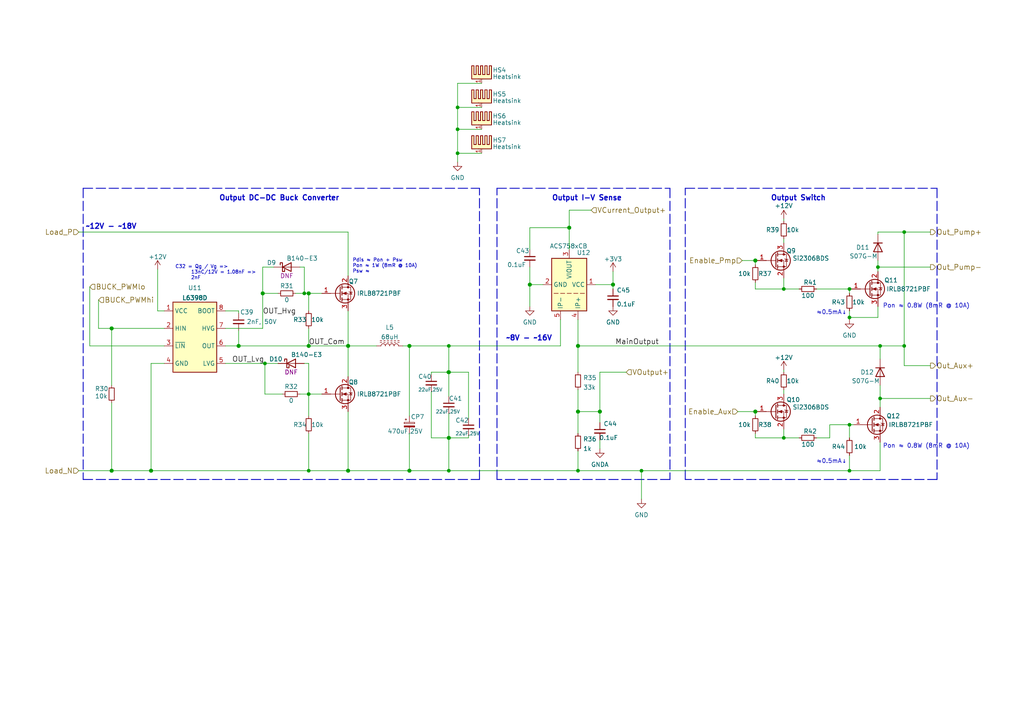
<source format=kicad_sch>
(kicad_sch (version 20211123) (generator eeschema)
  (paper "A4")
  (title_block (title "SolarPump v3") (date "2022-05-18") (rev "1.1") (company "IvimeyCom"))
  (lib_symbols
    (symbol "Device:C_Polarized_Small" (pin_numbers hide) (pin_names (offset 0.254) hide)
      (property "Reference" "C" (at 0.254 1.778 0))
      (property "Value" "C_Polarized_Small" (at 0.254 -2.032 0))
      (symbol "C_Polarized_Small_0_1"
        (rectangle (start -1.524 -0.3048) (end 1.524 -0.6858) (fill (type outline)))
        (rectangle (start -1.524 0.6858) (end 1.524 0.3048))
        (polyline (pts (xy -1.27 1.524) (xy -0.762 1.524)))
        (polyline (pts (xy -1.016 1.27) (xy -1.016 1.778)))
      )
      (symbol "C_Polarized_Small_1_1"
        (pin passive line (at 0 2.54 270) (length 1.8542) (name "~") (number "1"))
        (pin passive line (at 0 -2.54 90) (length 1.8542) (name "~") (number "2"))
      )
    )
    (symbol "Device:C_Small" (pin_numbers hide) (pin_names (offset 0.254) hide)
      (property "Reference" "C" (at 0.254 1.778 0))
      (property "Value" "C_Small" (at 0.254 -2.032 0))
      (symbol "C_Small_0_1"
        (polyline (pts (xy -1.524 -0.508) (xy 1.524 -0.508)) (stroke (width 0.3302)))
        (polyline (pts (xy -1.524 0.508) (xy 1.524 0.508)) (stroke (width 0.3048)))
      )
      (symbol "C_Small_1_1"
        (pin passive line (at 0 2.54 270) (length 2.032) (name "~") (number "1"))
        (pin passive line (at 0 -2.54 90) (length 2.032) (name "~") (number "2"))
      )
    )
    (symbol "Device:D_Schottky" (pin_numbers hide) (pin_names (offset 1.016) hide)
      (property "Reference" "D" (at 0 2.54 0))
      (property "Value" "D_Schottky" (at 0 -2.54 0))
      (symbol "D_Schottky_0_1"
        (polyline (pts (xy 1.27 0) (xy -1.27 0)))
        (polyline (pts (xy 1.27 1.27) (xy 1.27 -1.27) (xy -1.27 0) (xy 1.27 1.27)) (stroke (width 0.254)))
        (polyline (pts (xy -1.905 0.635) (xy -1.905 1.27) (xy -1.27 1.27) (xy -1.27 -1.27) (xy -0.635 -1.27) (xy -0.635 -0.635)) (stroke (width 0.254)))
      )
      (symbol "D_Schottky_1_1"
        (pin passive line (at -3.81 0 0) (length 2.54) (name "K") (number "1"))
        (pin passive line (at 3.81 0 180) (length 2.54) (name "A") (number "2"))
      )
    )
    (symbol "Device:L_Ferrite" (pin_numbers hide) (pin_names (offset 1.016) hide)
      (property "Reference" "L" (at -1.27 0 90))
      (property "Value" "L_Ferrite" (at 2.794 0 90))
      (symbol "L_Ferrite_0_1"
        (arc (start 0 -2.54) (mid 0.635 -1.905) (end 0 -1.27))
        (arc (start 0 -1.27) (mid 0.635 -0.635) (end 0 0))
        (polyline (pts (xy 1.016 -2.794) (xy 1.016 -2.286)))
        (polyline (pts (xy 1.016 -1.778) (xy 1.016 -1.27)))
        (polyline (pts (xy 1.016 -0.762) (xy 1.016 -0.254)))
        (polyline (pts (xy 1.016 0.254) (xy 1.016 0.762)))
        (polyline (pts (xy 1.016 1.27) (xy 1.016 1.778)))
        (polyline (pts (xy 1.016 2.286) (xy 1.016 2.794)))
        (polyline (pts (xy 1.524 -2.286) (xy 1.524 -2.794)))
        (polyline (pts (xy 1.524 -1.27) (xy 1.524 -1.778)))
        (polyline (pts (xy 1.524 -0.254) (xy 1.524 -0.762)))
        (polyline (pts (xy 1.524 0.762) (xy 1.524 0.254)))
        (polyline (pts (xy 1.524 1.778) (xy 1.524 1.27)))
        (polyline (pts (xy 1.524 2.794) (xy 1.524 2.286)))
        (arc (start 0 0) (mid 0.635 0.635) (end 0 1.27))
        (arc (start 0 1.27) (mid 0.635 1.905) (end 0 2.54))
      )
      (symbol "L_Ferrite_1_1"
        (pin passive line (at 0 3.81 270) (length 1.27) (name "1") (number "1"))
        (pin passive line (at 0 -3.81 90) (length 1.27) (name "2") (number "2"))
      )
    )
    (symbol "Device:R_Small" (pin_numbers hide) (pin_names (offset 0.254) hide)
      (property "Reference" "R" (at 0.762 0.508 0))
      (property "Value" "R_Small" (at 0.762 -1.016 0))
      (symbol "R_Small_0_1"
        (rectangle (start -0.762 1.778) (end 0.762 -1.778) (stroke (width 0.2032)))
      )
      (symbol "R_Small_1_1"
        (pin passive line (at 0 2.54 270) (length 0.762) (name "~") (number "1"))
        (pin passive line (at 0 -2.54 90) (length 0.762) (name "~") (number "2"))
      )
    )
    (symbol "Diode:1N4007" (pin_numbers hide) (pin_names (offset 1.016) hide)
      (property "Reference" "D" (at 0 2.54 0))
      (property "Value" "1N4007" (at 0 -2.54 0))
      (symbol "1N4007_0_1"
        (polyline (pts (xy -1.27 1.27) (xy -1.27 -1.27)) (stroke (width 0.254)))
        (polyline (pts (xy 1.27 0) (xy -1.27 0)))
        (polyline (pts (xy 1.27 1.27) (xy 1.27 -1.27) (xy -1.27 0) (xy 1.27 1.27)) (stroke (width 0.254)))
      )
      (symbol "1N4007_1_1"
        (pin passive line (at -3.81 0 0) (length 2.54) (name "K") (number "1"))
        (pin passive line (at 3.81 0 180) (length 2.54) (name "A") (number "2"))
      )
    )
    (symbol "Mechanical:Heatsink_Pad" (pin_names (offset 0))
      (property "Reference" "HS" (at 0 5.715 0))
      (property "Value" "Heatsink_Pad" (at 0 3.81 0))
      (symbol "Heatsink_Pad_0_1"
        (polyline (pts (xy -0.3302 0) (xy -0.9652 0) (xy -0.9652 2.54) (xy -1.6002 2.54) (xy -1.6002 0) (xy -2.2352 0) (xy -2.2352 2.54) (xy -2.8702 2.54) (xy -2.8702 -1.27) (xy -0.9652 -1.27)) (stroke (width 0.254)) (fill (type background)))
        (polyline (pts (xy -0.3302 0) (xy -0.3302 2.54) (xy 0.3048 2.54) (xy 0.3048 0) (xy 0.9398 0) (xy 0.9398 2.54) (xy 1.5748 2.54) (xy 1.5748 0) (xy 2.2098 0) (xy 2.2098 2.54) (xy 2.8448 2.54) (xy 2.8448 -1.27) (xy -0.9652 -1.27)) (stroke (width 0.254)) (fill (type background)))
      )
      (symbol "Heatsink_Pad_1_1"
        (pin passive line (at 0 -2.54 90) (length 1.27) (name "~") (number "1"))
      )
    )
    (symbol "Sensor_Current:ACS758xCB-050B-PFF"
      (property "Reference" "U" (at -7.62 6.35 0))
      (property "Value" "ACS758xCB-050B-PFF" (at 2.54 6.35 0))
      (symbol "ACS758xCB-050B-PFF_0_1"
        (rectangle (start -7.62 5.08) (end 7.62 -5.08) (stroke (width 0.254)) (fill (type background)))
        (polyline (pts (xy -2.54 -3.175) (xy -2.54 -4.445)))
        (polyline (pts (xy -2.54 -1.27) (xy -2.54 -2.54)))
        (polyline (pts (xy -2.54 0.635) (xy -2.54 -0.635)))
        (polyline (pts (xy -2.54 1.27) (xy -2.54 2.54)))
        (polyline (pts (xy -2.54 3.175) (xy -2.54 4.445)))
      )
      (symbol "ACS758xCB-050B-PFF_1_1"
        (pin power_in line (at 0 7.62 270) (length 2.54) (name "VCC") (number "1"))
        (pin power_in line (at 0 -7.62 90) (length 2.54) (name "GND") (number "2"))
        (pin output line (at 10.16 0 180) (length 2.54) (name "VIOUT") (number "3"))
        (pin passive line (at -10.16 2.54 0) (length 2.54) (name "IP+") (number "4"))
        (pin passive line (at -10.16 -2.54 0) (length 2.54) (name "IP-") (number "5"))
      )
    )
    (symbol "Transistor_FET:IRLB8721PBF" (pin_names hide)
      (property "Reference" "Q" (at 6.35 1.905 0))
      (property "Value" "IRLB8721PBF" (at 6.35 0 0))
      (symbol "IRLB8721PBF_0_1"
        (polyline (pts (xy 0.254 0) (xy -2.54 0)))
        (polyline (pts (xy 0.254 1.905) (xy 0.254 -1.905)) (stroke (width 0.254)))
        (polyline (pts (xy 0.762 -1.27) (xy 0.762 -2.286)) (stroke (width 0.254)))
        (polyline (pts (xy 0.762 0.508) (xy 0.762 -0.508)) (stroke (width 0.254)))
        (polyline (pts (xy 0.762 2.286) (xy 0.762 1.27)) (stroke (width 0.254)))
        (polyline (pts (xy 2.54 2.54) (xy 2.54 1.778)))
        (polyline (pts (xy 2.54 -2.54) (xy 2.54 0) (xy 0.762 0)))
        (polyline (pts (xy 0.762 -1.778) (xy 3.302 -1.778) (xy 3.302 1.778) (xy 0.762 1.778)))
        (polyline (pts (xy 1.016 0) (xy 2.032 0.381) (xy 2.032 -0.381) (xy 1.016 0)) (fill (type outline)))
        (polyline (pts (xy 2.794 0.508) (xy 2.921 0.381) (xy 3.683 0.381) (xy 3.81 0.254)))
        (polyline (pts (xy 3.302 0.381) (xy 2.921 -0.254) (xy 3.683 -0.254) (xy 3.302 0.381)))
        (circle (center 1.651 0) (radius 2.794) (stroke (width 0.254)))
        (circle (center 2.54 -1.778) (radius 0.254) (fill (type outline)))
        (circle (center 2.54 1.778) (radius 0.254) (fill (type outline)))
      )
      (symbol "IRLB8721PBF_1_1"
        (pin input line (at -5.08 0 0) (length 2.54) (name "G") (number "1"))
        (pin passive line (at 2.54 5.08 270) (length 2.54) (name "D") (number "2"))
        (pin passive line (at 2.54 -5.08 90) (length 2.54) (name "S") (number "3"))
      )
    )
    (symbol "power:+12V" (power) (pin_names (offset 0))
      (property "Value" "+12V" (at 0 3.556 0))
      (symbol "+12V_0_1"
        (polyline (pts (xy -0.762 1.27) (xy 0 2.54)))
        (polyline (pts (xy 0 0) (xy 0 2.54)))
        (polyline (pts (xy 0 2.54) (xy 0.762 1.27)))
      )
      (symbol "+12V_1_1"
        (pin power_in line (at 0 0 90) (length 0) hide (name "+12V") (number "1"))
      )
    )
    (symbol "power:+3V3" (power) (pin_names (offset 0))
      (property "Value" "+3V3" (at 0 3.556 0))
      (symbol "+3V3_0_1"
        (polyline (pts (xy -0.762 1.27) (xy 0 2.54)))
        (polyline (pts (xy 0 0) (xy 0 2.54)))
        (polyline (pts (xy 0 2.54) (xy 0.762 1.27)))
      )
      (symbol "+3V3_1_1"
        (pin power_in line (at 0 0 90) (length 0) hide (name "+3V3") (number "1"))
      )
    )
    (symbol "power:GND" (power) (pin_names (offset 0))
      (property "Value" "GND" (at 0 -3.81 0))
      (symbol "GND_0_1"
        (polyline (pts (xy 0 0) (xy 0 -1.27) (xy 1.27 -1.27) (xy 0 -2.54) (xy -1.27 -1.27) (xy 0 -1.27)))
      )
      (symbol "GND_1_1"
        (pin power_in line (at 0 0 270) (length 0) hide (name "GND") (number "1"))
      )
    )
    (symbol "power:GNDA" (power) (pin_names (offset 0))
      (property "Value" "GNDA" (at 0 -3.81 0))
      (symbol "GNDA_0_1"
        (polyline (pts (xy 0 0) (xy 0 -1.27) (xy 1.27 -1.27) (xy 0 -2.54) (xy -1.27 -1.27) (xy 0 -1.27)))
      )
      (symbol "GNDA_1_1"
        (pin power_in line (at 0 0 270) (length 0) hide (name "GNDA") (number "1"))
      )
    )
    (symbol "solarpump:L6398D"
      (property "Reference" "U" (at 3.81 11.43 0))
      (property "Value" "L6398D" (at -2.54 11.43 0))
      (symbol "L6398D_0_1"
        (rectangle (start -6.35 10.16) (end 6.35 -10.16) (stroke (width 0.254)) (fill (type background)))
      )
      (symbol "L6398D_1_1"
        (pin power_in line (at -8.89 7.62 0) (length 2.54) (name "VCC") (number "1"))
        (pin input line (at -8.89 2.54 0) (length 2.54) (name "HIN") (number "2"))
        (pin input line (at -8.89 -2.54 0) (length 2.54) (name "~{LIN}") (number "3"))
        (pin power_in line (at -8.89 -7.62 0) (length 2.54) (name "GND") (number "4"))
        (pin output line (at 8.89 -7.62 180) (length 2.54) (name "LVG") (number "5"))
        (pin passive line (at 8.89 -2.54 180) (length 2.54) (name "OUT") (number "6"))
        (pin output line (at 8.89 2.54 180) (length 2.54) (name "HVG") (number "7"))
        (pin passive line (at 8.89 7.62 180) (length 2.54) (name "BOOT") (number "8"))
      )
    )
    (symbol "solarpump:Si2306BDS" (pin_names hide)
      (property "Reference" "Q" (at 5.08 1.905 0))
      (property "Value" "Si2306BDS" (at 5.08 0 0))
      (symbol "Si2306BDS_0_1"
        (polyline (pts (xy 0.254 0) (xy -2.54 0)))
        (polyline (pts (xy 0.254 1.905) (xy 0.254 -1.905)) (stroke (width 0.254)))
        (polyline (pts (xy 0.762 -1.27) (xy 0.762 -2.286)) (stroke (width 0.254)))
        (polyline (pts (xy 0.762 0.508) (xy 0.762 -0.508)) (stroke (width 0.254)))
        (polyline (pts (xy 0.762 2.286) (xy 0.762 1.27)) (stroke (width 0.254)))
        (polyline (pts (xy 2.54 2.54) (xy 2.54 1.778)))
        (polyline (pts (xy 2.54 -2.54) (xy 2.54 0) (xy 0.762 0)))
        (polyline (pts (xy 0.762 -1.778) (xy 3.302 -1.778) (xy 3.302 1.778) (xy 0.762 1.778)))
        (polyline (pts (xy 1.016 0) (xy 2.032 0.381) (xy 2.032 -0.381) (xy 1.016 0)) (fill (type outline)))
        (polyline (pts (xy 2.794 0.508) (xy 2.921 0.381) (xy 3.683 0.381) (xy 3.81 0.254)))
        (polyline (pts (xy 3.302 0.381) (xy 2.921 -0.254) (xy 3.683 -0.254) (xy 3.302 0.381)))
        (circle (center 1.651 0) (radius 2.794) (stroke (width 0.254)))
        (circle (center 2.54 -1.778) (radius 0.254) (fill (type outline)))
        (circle (center 2.54 1.778) (radius 0.254) (fill (type outline)))
      )
      (symbol "Si2306BDS_1_1"
        (pin input line (at -5.08 0 0) (length 2.54) (name "G") (number "1"))
        (pin passive line (at 2.54 -5.08 90) (length 2.54) (name "S") (number "2"))
        (pin passive line (at 2.54 5.08 270) (length 2.54) (name "D") (number "3"))
      )
    )
  )
  (junction (at 262.255 67.31))
  (junction (at 246.38 83.82))
  (junction (at 69.215 100.33) (diameter 1.016))
  (junction (at 167.64 100.33) (diameter 1.016))
  (junction (at 227.33 127))
  (junction (at 186.055 136.525))
  (junction (at 130.175 127) (diameter 1.016))
  (junction (at 153.67 82.55) (diameter 1.016))
  (junction (at 246.38 136.525))
  (junction (at 165.1 66.04) (diameter 1.016))
  (junction (at 227.33 83.82))
  (junction (at 130.175 107.95) (diameter 1.016))
  (junction (at 262.255 100.33))
  (junction (at 76.835 105.41))
  (junction (at 177.8 82.55) (diameter 1.016))
  (junction (at 255.27 100.33))
  (junction (at 246.38 123.19))
  (junction (at 89.535 85.09) (diameter 1.016))
  (junction (at 100.965 136.525) (diameter 1.016))
  (junction (at 254.635 77.47))
  (junction (at 118.745 136.525) (diameter 1.016))
  (junction (at 246.38 92.075))
  (junction (at 130.175 136.525))
  (junction (at 118.745 100.33) (diameter 1.016))
  (junction (at 89.535 100.33) (diameter 1.016))
  (junction (at 132.715 31.1534))
  (junction (at 167.64 136.525))
  (junction (at 219.075 119.38) (diameter 1.016))
  (junction (at 100.965 100.33) (diameter 1.016))
  (junction (at 32.385 95.25) (diameter 1.016))
  (junction (at 89.535 114.3))
  (junction (at 132.715 44.45))
  (junction (at 255.27 115.57))
  (junction (at 173.99 119.38) (diameter 1.016))
  (junction (at 43.815 136.525) (diameter 1.016))
  (junction (at 32.385 136.525) (diameter 1.016))
  (junction (at 219.075 75.565) (diameter 1.016))
  (junction (at 88.265 85.09))
  (junction (at 167.64 119.38) (diameter 1.016))
  (junction (at 76.2 85.09) (diameter 1.016))
  (junction (at 132.715 37.5034))
  (junction (at 130.048 107.95))
  (junction (at 130.175 100.33))
  (junction (at 89.535 136.525))
  (wire (pts (xy 227.33 113.03) (xy 227.33 114.3)))
  (wire (pts (xy 219.075 119.38) (xy 219.71 119.38)))
  (wire (pts (xy 227.33 107.315) (xy 227.33 107.95)))
  (wire (pts (xy 32.385 116.84) (xy 32.385 136.525)))
  (wire (pts (xy 255.27 111.76) (xy 255.27 115.57)))
  (wire (pts (xy 246.38 132.08) (xy 246.38 136.525)))
  (wire (pts (xy 132.715 44.45) (xy 132.715 37.5034)))
  (wire (pts (xy 69.215 100.33) (xy 89.535 100.33)))
  (wire (pts (xy 246.38 90.17) (xy 246.38 92.075)))
  (wire (pts (xy 100.965 100.33) (xy 109.22 100.33)))
  (wire (pts (xy 76.2 85.09) (xy 76.2 95.25)))
  (wire (pts (xy 32.385 136.525) (xy 43.815 136.525)))
  (wire (pts (xy 89.535 105.41) (xy 88.265 105.41)))
  (wire (pts (xy 76.2 77.47) (xy 76.2 85.09)))
  (wire (pts (xy 88.265 77.47) (xy 86.995 77.47)))
  (polyline (pts (xy 144.145 54.61) (xy 194.31 54.61)) (stroke (width 0.25) (type dash)))
  (wire (pts (xy 69.215 95.885) (xy 69.215 100.33)))
  (wire (pts (xy 76.2 77.47) (xy 79.375 77.47)))
  (wire (pts (xy 219.075 83.82) (xy 219.075 81.915)))
  (wire (pts (xy 246.38 92.075) (xy 254.635 92.075)))
  (wire (pts (xy 219.075 119.38) (xy 219.075 120.65)))
  (wire (pts (xy 262.255 106.045) (xy 269.875 106.045)))
  (wire (pts (xy 227.33 69.215) (xy 227.33 70.485)))
  (wire (pts (xy 165.1 66.04) (xy 165.1 60.96)))
  (wire (pts (xy 254.635 77.47) (xy 254.635 78.74)))
  (wire (pts (xy 153.67 77.47) (xy 153.67 82.55)))
  (wire (pts (xy 45.72 90.17) (xy 47.625 90.17)))
  (wire (pts (xy 65.405 90.17) (xy 69.215 90.17)))
  (wire (pts (xy 165.1 60.96) (xy 171.45 60.96)))
  (wire (pts (xy 100.965 136.525) (xy 118.745 136.525)))
  (wire (pts (xy 227.33 124.46) (xy 227.33 127)))
  (wire (pts (xy 246.38 83.82) (xy 246.38 85.09)))
  (wire (pts (xy 227.33 127) (xy 219.075 127)))
  (wire (pts (xy 43.815 136.525) (xy 89.535 136.525)))
  (wire (pts (xy 89.535 136.525) (xy 100.965 136.525)))
  (wire (pts (xy 69.215 90.17) (xy 69.215 90.805)))
  (wire (pts (xy 65.405 95.25) (xy 76.2 95.25)))
  (wire (pts (xy 246.38 83.82) (xy 247.015 83.82)))
  (wire (pts (xy 236.855 83.82) (xy 246.38 83.82)))
  (wire (pts (xy 246.38 92.075) (xy 246.38 92.71)))
  (wire (pts (xy 118.745 100.33) (xy 118.745 120.65)))
  (wire (pts (xy 177.8 83.82) (xy 177.8 82.55)))
  (wire (pts (xy 132.715 31.1534) (xy 132.715 24.1684)))
  (wire (pts (xy 139.7 31.1534) (xy 132.715 31.1534)))
  (wire (pts (xy 89.535 85.09) (xy 89.535 90.17)))
  (wire (pts (xy 255.27 118.11) (xy 255.27 115.57)))
  (wire (pts (xy 255.27 115.57) (xy 269.875 115.57)))
  (wire (pts (xy 100.965 90.17) (xy 100.965 100.33)))
  (polyline (pts (xy 24.13 54.61) (xy 24.13 139.065)) (stroke (width 0.25) (type dash)))
  (polyline (pts (xy 139.065 139.065) (xy 139.065 54.61)) (stroke (width 0.25) (type dash)))
  (polyline (pts (xy 24.13 139.065) (xy 139.065 139.065)) (stroke (width 0.25) (type dash)))
  (polyline (pts (xy 24.13 54.61) (xy 139.065 54.61)) (stroke (width 0.25) (type dash)))
  (wire (pts (xy 227.33 83.82) (xy 219.075 83.82)))
  (wire (pts (xy 167.64 119.38) (xy 167.64 125.73)))
  (polyline (pts (xy 198.755 54.61) (xy 271.78 54.61)) (stroke (width 0.25) (type dash)))
  (wire (pts (xy 167.64 92.71) (xy 167.64 100.33)))
  (wire (pts (xy 132.715 44.45) (xy 132.715 46.99)))
  (wire (pts (xy 139.7 24.1684) (xy 132.715 24.1684)))
  (wire (pts (xy 153.67 66.04) (xy 165.1 66.04)))
  (wire (pts (xy 219.075 127) (xy 219.075 125.73)))
  (wire (pts (xy 88.265 85.09) (xy 89.535 85.09)))
  (wire (pts (xy 177.8 78.74) (xy 177.8 82.55)))
  (wire (pts (xy 76.835 105.41) (xy 80.645 105.41)))
  (wire (pts (xy 65.405 105.41) (xy 76.835 105.41)))
  (wire (pts (xy 219.075 75.565) (xy 219.075 76.835)))
  (wire (pts (xy 240.665 127) (xy 240.665 123.19)))
  (wire (pts (xy 240.665 123.19) (xy 246.38 123.19)))
  (wire (pts (xy 236.855 127) (xy 240.665 127)))
  (wire (pts (xy 262.255 106.045) (xy 262.255 100.33)))
  (wire (pts (xy 118.745 125.73) (xy 118.745 136.525)))
  (wire (pts (xy 89.535 100.33) (xy 100.965 100.33)))
  (wire (pts (xy 262.255 67.31) (xy 262.255 100.33)))
  (wire (pts (xy 139.7 37.5034) (xy 132.715 37.5034)))
  (wire (pts (xy 132.715 37.5034) (xy 132.715 31.1534)))
  (wire (pts (xy 26.035 100.33) (xy 47.625 100.33)))
  (wire (pts (xy 254.635 75.565) (xy 254.635 77.47)))
  (wire (pts (xy 32.385 95.25) (xy 47.625 95.25)))
  (polyline (pts (xy 271.78 139.065) (xy 198.755 139.065)) (stroke (width 0.25) (type dash)))
  (wire (pts (xy 132.715 44.45) (xy 139.7 44.45)))
  (wire (pts (xy 130.175 107.95) (xy 130.175 114.935)))
  (wire (pts (xy 88.265 77.47) (xy 88.265 85.09)))
  (wire (pts (xy 153.67 72.39) (xy 153.67 66.04)))
  (wire (pts (xy 167.64 130.81) (xy 167.64 136.525)))
  (wire (pts (xy 89.535 85.09) (xy 93.345 85.09)))
  (wire (pts (xy 262.255 67.31) (xy 269.875 67.31)))
  (wire (pts (xy 135.89 127) (xy 130.175 127)))
  (wire (pts (xy 135.89 126.365) (xy 135.89 127)))
  (wire (pts (xy 254.635 88.9) (xy 254.635 92.075)))
  (wire (pts (xy 118.745 136.525) (xy 130.175 136.525)))
  (wire (pts (xy 130.175 136.525) (xy 167.64 136.525)))
  (wire (pts (xy 172.72 82.55) (xy 177.8 82.55)))
  (wire (pts (xy 255.27 128.27) (xy 255.27 136.525)))
  (wire (pts (xy 162.56 92.71) (xy 162.56 100.33)))
  (wire (pts (xy 186.055 136.525) (xy 246.38 136.525)))
  (wire (pts (xy 246.38 136.525) (xy 255.27 136.525)))
  (wire (pts (xy 69.215 100.33) (xy 65.405 100.33)))
  (wire (pts (xy 89.535 95.25) (xy 89.535 100.33)))
  (wire (pts (xy 130.175 100.33) (xy 162.56 100.33)))
  (wire (pts (xy 118.745 100.33) (xy 130.175 100.33)))
  (wire (pts (xy 116.84 100.33) (xy 118.745 100.33)))
  (wire (pts (xy 86.995 114.3) (xy 89.535 114.3)))
  (wire (pts (xy 254.635 67.31) (xy 254.635 67.945)))
  (wire (pts (xy 262.255 67.31) (xy 254.635 67.31)))
  (wire (pts (xy 167.64 113.03) (xy 167.64 119.38)))
  (polyline (pts (xy 194.31 139.065) (xy 144.145 139.065)) (stroke (width 0.25) (type dash)))
  (polyline (pts (xy 194.31 54.61) (xy 194.31 139.065)) (stroke (width 0.25) (type dash)))
  (polyline (pts (xy 144.145 139.065) (xy 144.145 54.61)) (stroke (width 0.25) (type dash)))
  (wire (pts (xy 32.385 95.25) (xy 32.385 111.76)))
  (polyline (pts (xy 198.755 139.065) (xy 198.755 54.61)) (stroke (width 0.25) (type dash)))
  (wire (pts (xy 173.99 107.95) (xy 181.61 107.95)))
  (wire (pts (xy 130.175 127) (xy 130.175 136.525)))
  (wire (pts (xy 227.33 83.82) (xy 231.775 83.82)))
  (wire (pts (xy 26.035 83.185) (xy 26.035 100.33)))
  (wire (pts (xy 167.64 100.33) (xy 255.27 100.33)))
  (wire (pts (xy 255.27 100.33) (xy 262.255 100.33)))
  (wire (pts (xy 153.67 82.55) (xy 157.48 82.55)))
  (wire (pts (xy 219.71 75.565) (xy 219.075 75.565)))
  (wire (pts (xy 173.99 127.635) (xy 173.99 130.175)))
  (wire (pts (xy 125.095 113.665) (xy 125.095 127)))
  (wire (pts (xy 125.095 127) (xy 130.175 127)))
  (wire (pts (xy 167.64 136.525) (xy 186.055 136.525)))
  (wire (pts (xy 85.725 85.09) (xy 88.265 85.09)))
  (wire (pts (xy 100.965 119.38) (xy 100.965 136.525)))
  (wire (pts (xy 173.99 119.38) (xy 173.99 107.95)))
  (wire (pts (xy 28.575 86.995) (xy 28.575 95.25)))
  (wire (pts (xy 89.535 105.41) (xy 89.535 114.3)))
  (wire (pts (xy 89.535 114.3) (xy 93.345 114.3)))
  (wire (pts (xy 43.815 105.41) (xy 47.625 105.41)))
  (wire (pts (xy 213.995 119.38) (xy 219.075 119.38)))
  (wire (pts (xy 173.99 122.555) (xy 173.99 119.38)))
  (wire (pts (xy 125.095 107.95) (xy 130.048 107.95)))
  (wire (pts (xy 130.048 107.95) (xy 130.175 107.95)))
  (wire (pts (xy 125.095 107.95) (xy 125.095 108.585)))
  (wire (pts (xy 100.965 67.31) (xy 100.965 80.01)))
  (wire (pts (xy 22.86 67.31) (xy 100.965 67.31)))
  (wire (pts (xy 227.33 127) (xy 231.775 127)))
  (wire (pts (xy 246.38 123.19) (xy 246.38 127)))
  (wire (pts (xy 153.67 82.55) (xy 153.67 88.9)))
  (wire (pts (xy 254.635 77.47) (xy 269.875 77.47)))
  (wire (pts (xy 186.055 144.78) (xy 186.055 136.525)))
  (polyline (pts (xy 271.78 54.61) (xy 271.78 139.065)) (stroke (width 0.25) (type dash)))
  (wire (pts (xy 100.965 100.33) (xy 100.965 109.22)))
  (wire (pts (xy 76.835 105.41) (xy 76.835 114.3)))
  (wire (pts (xy 165.1 66.04) (xy 165.1 72.39)))
  (wire (pts (xy 167.64 100.33) (xy 167.64 107.95)))
  (wire (pts (xy 255.27 100.33) (xy 255.27 104.14)))
  (wire (pts (xy 43.815 105.41) (xy 43.815 136.525)))
  (wire (pts (xy 45.72 78.105) (xy 45.72 90.17)))
  (wire (pts (xy 227.33 63.5) (xy 227.33 64.135)))
  (wire (pts (xy 76.2 85.09) (xy 80.645 85.09)))
  (wire (pts (xy 247.65 123.19) (xy 246.38 123.19)))
  (wire (pts (xy 28.575 95.25) (xy 32.385 95.25)))
  (wire (pts (xy 130.175 120.015) (xy 130.175 127)))
  (wire (pts (xy 81.915 114.3) (xy 76.835 114.3)))
  (wire (pts (xy 130.175 100.33) (xy 130.175 107.95)))
  (wire (pts (xy 89.535 114.3) (xy 89.535 120.65)))
  (wire (pts (xy 219.075 75.565) (xy 215.265 75.565)))
  (wire (pts (xy 130.175 107.95) (xy 135.89 107.95)))
  (wire (pts (xy 135.89 107.95) (xy 135.89 121.285)))
  (wire (pts (xy 173.99 119.38) (xy 167.64 119.38)))
  (wire (pts (xy 89.535 125.73) (xy 89.535 136.525)))
  (wire (pts (xy 22.86 136.525) (xy 32.385 136.525)))
  (wire (pts (xy 227.33 80.645) (xy 227.33 83.82)))
  (text "≈0.5mA↓" (at 245.745 91.44 180) (effects (font (size 1.25 1.25)) (justify right bottom)))
  (text "~12V - ~18V" (at 24.765 66.675 0) (effects (font (size 1.4986 1.4986) (thickness 0.2997) bold) (justify left bottom)))
  (text "≈0.5mA↓" (at 245.745 134.62 180) (effects (font (size 1.25 1.25)) (justify right bottom)))
  (text "Pdis ≈ Pon + Psw\nPon ≈ 1W (8mR @ 10A)\nPsw ≈ " (at 102.235 79.375 0) (effects (font (size 1 1)) (justify left bottom)))
  (text "Pon ≈ 0.8W (8mR @ 10A)" (at 281.305 89.535 180) (effects (font (size 1.25 1.25)) (justify right bottom)))
  (text "Output Switch" (at 223.52 58.42 0) (effects (font (size 1.4986 1.4986) (thickness 0.2997) bold) (justify left bottom)))
  (text "Output DC-DC Buck Converter" (at 63.5 58.42 0) (effects (font (size 1.4986 1.4986) (thickness 0.2997) bold) (justify left bottom)))
  (text "C32 = Qg / Vg =>\n      13nC/12V = 1.08nF =>\n      2nF" (at 50.8 81.28 0) (effects (font (size 1 1)) (justify left bottom)))
  (text "~8V - ~16V" (at 146.685 99.06 0) (effects (font (size 1.4986 1.4986) (thickness 0.2997) bold) (justify left bottom)))
  (text "Pon ≈ 0.8W (8mR @ 10A)" (at 281.305 130.175 180) (effects (font (size 1.25 1.25)) (justify right bottom)))
  (text "Output I-V Sense" (at 160.02 58.42 0) (effects (font (size 1.4986 1.4986) (thickness 0.2997) bold) (justify left bottom)))
  (label "OUT_Hvg" (at 76.2 91.44 0) (effects (font (size 1.4986 1.4986))))
  (label "OUT_Lvg" (at 67.31 105.41 0) (effects (font (size 1.4986 1.4986))))
  (label "OUT_Com" (at 89.535 100.33 0) (effects (font (size 1.4986 1.4986))))
  (label "MainOutput" (at 178.435 100.33 0) (effects (font (size 1.4986 1.4986))))
  (hierarchical_label "Out_Aux-" (shape output) (at 269.875 115.57 0) (effects (font (size 1.4986 1.4986))))
  (hierarchical_label "Enable_Aux" (shape input) (at 213.995 119.38 180) (effects (font (size 1.4986 1.4986))))
  (hierarchical_label "Out_Pump+" (shape output) (at 269.875 67.31 0) (effects (font (size 1.4986 1.4986))))
  (hierarchical_label "Out_Pump-" (shape output) (at 269.875 77.47 0) (effects (font (size 1.4986 1.4986))))
  (hierarchical_label "VOutput+" (shape input) (at 181.61 107.95 0) (effects (font (size 1.4986 1.4986))))
  (hierarchical_label "VCurrent_Output+" (shape input) (at 171.45 60.96 0) (effects (font (size 1.4986 1.4986))))
  (hierarchical_label "Enable_Pmp" (shape input) (at 215.265 75.565 180) (effects (font (size 1.4986 1.4986))))
  (hierarchical_label "Load_N" (shape input) (at 22.86 136.525 180) (effects (font (size 1.4986 1.4986))))
  (hierarchical_label "BUCK_PWMhi" (shape input) (at 28.575 86.995 0) (effects (font (size 1.4986 1.4986))))
  (hierarchical_label "Out_Aux+" (shape output) (at 269.875 106.045 0) (effects (font (size 1.4986 1.4986))))
  (hierarchical_label "Load_P" (shape input) (at 22.86 67.31 180) (effects (font (size 1.4986 1.4986))))
  (hierarchical_label "BUCK_PWMlo" (shape input) (at 26.035 83.185 0) (effects (font (size 1.4986 1.4986))))
  (symbol (lib_id "Device:C_Small") (at 130.175 117.475 0) (unit 1)
    (property "Reference" "C41" (at 130.175 115.57 0) (effects (justify left)))
    (property "Value" "22uF,25V" (at 126.365 119.38 0) (effects (font (size 1 1)) (justify left)))
    (property "Footprint" "Capacitor_SMD:C_0805_2012Metric_Pad1.18x1.45mm_HandSolder" (effects hide))
    (property "Datasheet" "https://www.mouser.co.uk/datasheet/2/585/MLCC-1837944.pdf" (effects hide))
    (property "Part" "CL21A226MAQNNNE" (effects hide))
    (property "Manuf" "Samsung Electro-Mechanics" (effects hide))
    (property "Vendor SKU" "187-CL21A226MAQNNNE" (effects hide))
    (property "Vendor" "Mouser" (effects hide))
    (property "Vendor Cost" "0.25" (effects hide))
  )
  (symbol (lib_id "Transistor_FET:IRLB8721PBF") (at 98.425 85.09 0) (unit 1)
    (property "Reference" "Q7" (at 101.0921 81.6415 0) (effects (justify left)))
    (property "Value" "IRLB8721PBF" (at 103.505 85.09 0) (effects (justify left)))
    (property "Footprint" "Package_TO_SOT_THT:TO-220-3_Vertical" (effects hide))
    (property "Datasheet" "http://www.infineon.com/dgdl/irlb8721pbf.pdf?fileId=5546d462533600a40153566056732591" (effects hide))
    (property "Manuf" "Infineon / IR" (effects hide))
    (property "Part" "IRLB8721PBF" (effects hide))
    (property "Vendor" "Mouser" (effects hide))
    (property "Vendor SKU" "942-IRLB8721PBF" (effects hide))
    (property "Vendor Cost" "0.824" (effects hide))
  )
  (symbol (lib_id "power:+12V") (at 45.72 78.105 0) (unit 1)
    (property "Reference" "#PWR063" (effects hide))
    (property "Value" "+12V" (at 45.72 74.5004 0))
  )
  (symbol (lib_id "Device:C_Small") (at 69.215 93.345 0) (unit 1)
    (property "Reference" "C39" (at 69.6342 90.5315 0) (effects (justify left)))
    (property "Value" "2nF, 50V" (at 71.5392 93.3066 0) (effects (justify left)))
    (property "Footprint" "Capacitor_SMD:C_0805_2012Metric_Pad1.18x1.45mm_HandSolder" (effects hide))
    (property "Datasheet" "https://www.mouser.co.uk/datasheet/2/585/MLCC-1837944.pdf" (effects hide))
    (property "Manuf" "Samsung Electro-Mechanics" (effects hide))
    (property "Part" "CL21B202KBANNNC" (effects hide))
    (property "Vendor" "Mouser" (effects hide))
    (property "Vendor SKU" "187-CL21B202KBANNNC" (effects hide))
    (property "Vendor Cost" "0.077" (effects hide))
    (property "Vendor" "Mouser" (effects hide))
  )
  (symbol (lib_id "Device:C_Small") (at 153.67 74.93 0) (unit 1)
    (property "Reference" "C43" (at 149.6442 72.7515 0) (effects (justify left)))
    (property "Value" "0.1uF" (at 147.1042 76.7966 0) (effects (justify left)))
    (property "Footprint" "Capacitor_SMD:C_0805_2012Metric_Pad1.18x1.45mm_HandSolder" (effects hide))
    (property "Datasheet" "https://www.mouser.co.uk/datasheet/2/212/KEM_C1002_X7R_SMD-1102033.pdf" (effects hide))
    (property "Manuf" "Samsung Electro-Mechanics" (effects hide))
    (property "Part" "CL21B104KACNNND" (effects hide))
    (property "Vendor" "Mouser" (effects hide))
    (property "Vendor SKU" "187-CL21B104KACNNND" (effects hide))
    (property "Vendor Cost" "0.016" (effects hide))
  )
  (symbol (lib_id "power:GND") (at 132.715 46.99 0) (unit 1)
    (property "Reference" "#PWR064" (effects hide))
    (property "Value" "GND" (at 132.715 51.5526 0))
  )
  (symbol (lib_id "power:GND") (at 153.67 88.9 0) (unit 1)
    (property "Reference" "#PWR065" (effects hide))
    (property "Value" "GND" (at 153.67 93.4626 0))
  )
  (symbol (lib_id "Device:R_Small") (at 89.535 123.19 0) (unit 1)
    (property "Reference" "R34" (at 86.995 123.19 0))
    (property "Value" "10k" (at 92.075 123.19 0))
    (property "Footprint" "Resistor_SMD:R_0805_2012Metric_Pad1.20x1.40mm_HandSolder" (effects hide))
    (property "Manuf" "Yageo" (effects hide))
    (property "Part" "AC0805FR-0710KL" (effects hide))
    (property "Vendor" "Mouser" (effects hide))
    (property "Vendor SKU" "603-AC0805FR-0710KL" (effects hide))
    (property "Vendor Cost" "0.077" (effects hide))
  )
  (symbol (lib_id "Device:C_Small") (at 177.8 86.36 0) (unit 1)
    (property "Reference" "C45" (at 178.8542 84.1815 0) (effects (justify left)))
    (property "Value" "0.1uF" (at 178.8542 88.2266 0) (effects (justify left)))
    (property "Footprint" "Capacitor_SMD:C_0805_2012Metric_Pad1.18x1.45mm_HandSolder" (effects hide))
    (property "Datasheet" "https://www.mouser.co.uk/datasheet/2/212/KEM_C1002_X7R_SMD-1102033.pdf" (effects hide))
    (property "Manuf" "Samsung Electro-Mechanics" (effects hide))
    (property "Part" "CL21B104KACNNND" (effects hide))
    (property "Vendor" "Mouser" (effects hide))
    (property "Vendor SKU" "187-CL21B104KACNNND" (effects hide))
    (property "Vendor Cost" "0.016" (effects hide))
  )
  (symbol (lib_id "Device:R_Small") (at 234.315 83.82 270) (unit 1)
    (property "Reference" "R41" (at 233.045 81.915 90) (effects (justify left)))
    (property "Value" "100" (at 232.41 85.725 90) (effects (justify left)))
    (property "Footprint" "Resistor_SMD:R_0805_2012Metric_Pad1.20x1.40mm_HandSolder" (effects hide))
    (property "Manuf" "Yageo" (effects hide))
    (property "Part" "AC0805FR-0710KL" (effects hide))
    (property "Vendor" "Mouser" (effects hide))
    (property "Vendor SKU" "603-AC0805FR-0710KL" (effects hide))
    (property "Vendor Cost" "0.077" (effects hide))
  )
  (symbol (lib_id "Device:R_Small") (at 219.075 79.375 0) (mirror y) (unit 1)
    (property "Reference" "R37" (at 221.8732 79.375 0))
    (property "Value" "10k" (at 215.9231 79.375 0))
    (property "Footprint" "Resistor_SMD:R_0805_2012Metric_Pad1.20x1.40mm_HandSolder" (effects hide))
    (property "Manuf" "Yageo" (effects hide))
    (property "Part" "AC0805FR-0710KL" (effects hide))
    (property "Vendor" "Mouser" (effects hide))
    (property "Vendor SKU" "603-AC0805FR-0710KL" (effects hide))
    (property "Vendor Cost" "0.077" (effects hide))
  )
  (symbol (lib_id "power:GND") (at 246.38 92.71 0) (mirror y) (unit 1)
    (property "Reference" "#PWR073" (effects hide))
    (property "Value" "GND" (at 246.38 97.2726 0))
  )
  (symbol (lib_id "Device:L_Ferrite") (at 113.03 100.33 90) (unit 1)
    (property "Reference" "L5" (at 113.03 94.9664 90))
    (property "Value" "68uH" (at 113.03 97.7415 90))
    (property "Footprint" "Inductor_THT:L_Toroid_Vertical_L35.1mm_W21.1mm_P18.50mm_Vishay_TJ6" (effects hide))
  )
  (symbol (lib_id "solarpump:Si2306BDS") (at 224.79 119.38 0) (unit 1)
    (property "Reference" "Q10" (at 228.092 115.9315 0) (effects (justify left)))
    (property "Value" "Si2306BDS" (at 229.87 118.11 0) (effects (justify left)))
    (property "Footprint" "Package_TO_SOT_SMD:SOT-23" (effects hide))
    (property "Datasheet" "https://www.vishay.com/docs/73234/73234.pdf" (effects hide))
    (property "Manuf" "Vishay" (effects hide))
    (property "Part" "SI2306BDS-T1-E3" (effects hide))
    (property "Vendor" "Mouser" (effects hide))
    (property "Vendor SKU" "781-SI2306BDS-E3" (effects hide))
    (property "Vendor Cost" "0.496" (effects hide))
  )
  (symbol (lib_id "Device:R_Small") (at 234.315 127 270) (unit 1)
    (property "Reference" "R42" (at 233.045 125.095 90) (effects (justify left)))
    (property "Value" "100" (at 232.41 128.905 90) (effects (justify left)))
    (property "Footprint" "Resistor_SMD:R_0805_2012Metric_Pad1.20x1.40mm_HandSolder" (effects hide))
    (property "Manuf" "Yageo" (effects hide))
    (property "Part" "AC0805FR-0710KL" (effects hide))
    (property "Vendor" "Mouser" (effects hide))
    (property "Vendor SKU" "603-AC0805FR-0710KL" (effects hide))
    (property "Vendor Cost" "0.077" (effects hide))
  )
  (symbol (lib_id "Transistor_FET:IRLB8721PBF") (at 252.095 83.82 0) (unit 1)
    (property "Reference" "Q11" (at 258.445 81.28 0))
    (property "Value" "IRLB8721PBF" (at 263.525 83.82 0))
    (property "Footprint" "Package_TO_SOT_THT:TO-220-3_Vertical" (effects hide))
    (property "Datasheet" "http://www.infineon.com/dgdl/irlb8721pbf.pdf?fileId=5546d462533600a40153566056732591" (effects hide))
    (property "Manuf" "Infineon / IR" (effects hide))
    (property "Part" "IRLB8721PBF" (effects hide))
    (property "Vendor" "Mouser" (effects hide))
    (property "Vendor SKU" "942-IRLB8721PBF" (effects hide))
    (property "Vendor Cost" "0.824" (effects hide))
  )
  (symbol (lib_id "Device:R_Small") (at 227.33 66.675 180) (unit 1)
    (property "Reference" "R39" (at 226.06 66.675 0) (effects (justify left)))
    (property "Value" "10k" (at 231.775 66.675 0) (effects (justify left)))
    (property "Footprint" "Resistor_SMD:R_0805_2012Metric_Pad1.20x1.40mm_HandSolder" (effects hide))
    (property "Manuf" "Yageo" (effects hide))
    (property "Part" "AC0805FR-0710KL" (effects hide))
    (property "Vendor" "Mouser" (effects hide))
    (property "Vendor SKU" "603-AC0805FR-0710KL" (effects hide))
    (property "Vendor Cost" "0.077" (effects hide))
  )
  (symbol (lib_id "power:GND") (at 177.8 88.9 0) (unit 1)
    (property "Reference" "#PWR069" (effects hide))
    (property "Value" "GND" (at 177.8 93.4626 0))
  )
  (symbol (lib_id "Device:C_Polarized_Small") (at 118.745 123.19 0) (unit 1)
    (property "Reference" "CP7" (at 119.126 120.904 0) (effects (justify left)))
    (property "Value" "470uF,25V" (at 112.395 125.095 0) (effects (justify left)))
    (property "Footprint" "Capacitor_THT:CP_Radial_D8.0mm_P3.50mm" (effects hide))
    (property "Datasheet" "https://www.mouser.co.uk/datasheet/2/212/KEM_A4009_ESW-1102613.pdf" (effects hide))
    (property "Manuf" "KEMET" (effects hide))
    (property "Part" "ESW477M025AH2AA" (effects hide))
    (property "Vendor" "Mouser" (effects hide))
    (property "Vendor SKU" "80-ESW477M025AH2AA" (effects hide))
    (property "Vendor Cost" "0.382" (effects hide))
  )
  (symbol (lib_id "Device:R_Small") (at 246.38 87.63 180) (unit 1)
    (property "Reference" "R43" (at 245.11 87.63 0) (effects (justify left)))
    (property "Value" "10k" (at 250.825 87.63 0) (effects (justify left)))
    (property "Footprint" "Resistor_SMD:R_0805_2012Metric_Pad1.20x1.40mm_HandSolder" (effects hide))
    (property "Manuf" "Yageo" (effects hide))
    (property "Part" "AC0805FR-0710KL" (effects hide))
    (property "Vendor" "Mouser" (effects hide))
    (property "Vendor SKU" "603-AC0805FR-0710KL" (effects hide))
    (property "Vendor Cost" "0.077" (effects hide))
  )
  (symbol (lib_id "Device:R_Small") (at 219.075 123.19 0) (mirror y) (unit 1)
    (property "Reference" "R38" (at 221.8732 123.19 0))
    (property "Value" "10k" (at 215.9231 123.19 0))
    (property "Footprint" "Resistor_SMD:R_0805_2012Metric_Pad1.20x1.40mm_HandSolder" (effects hide))
    (property "Manuf" "Yageo" (effects hide))
    (property "Part" "AC0805FR-0710KL" (effects hide))
    (property "Vendor" "Mouser" (effects hide))
    (property "Vendor SKU" "603-AC0805FR-0710KL" (effects hide))
    (property "Vendor Cost" "0.077" (effects hide))
  )
  (symbol (lib_id "Mechanical:Heatsink_Pad") (at 139.7 21.6284 0) (unit 1)
    (property "Reference" "HS4" (at 142.875 20.32 0) (effects (justify left)))
    (property "Value" "Heatsink" (at 142.875 22.225 0) (effects (justify left)))
    (property "Footprint" "MountingHole:MountingHole_2.7mm_M2.5_Pad_Via" (effects hide))
  )
  (symbol (lib_id "Device:R_Small") (at 246.38 129.54 0) (mirror y) (unit 1)
    (property "Reference" "R44" (at 243.205 129.54 0))
    (property "Value" "10k" (at 249.555 129.54 0))
    (property "Footprint" "Resistor_SMD:R_0805_2012Metric_Pad1.20x1.40mm_HandSolder" (effects hide))
    (property "Manuf" "Yageo" (effects hide))
    (property "Part" "AC0805FR-0710KL" (effects hide))
    (property "Vendor" "Mouser" (effects hide))
    (property "Vendor SKU" "603-AC0805FR-0710KL" (effects hide))
    (property "Vendor Cost" "0.077" (effects hide))
  )
  (symbol (lib_id "Device:D_Schottky") (at 84.455 105.41 0) (unit 1) (in_bom no)
    (property "Reference" "D10" (at 80.01 104.14 0))
    (property "Value" "B140-E3" (at 88.9 102.87 0))
    (property "Footprint" "Diode_SMD:D_SMA" (effects hide))
    (property "Datasheet" "https://www.mouser.co.uk/datasheet/2/427/VISH_S_A0011791775_1-2572195.pdf" (effects hide))
    (property "Manuf" "Vishay" (effects hide))
    (property "Part" "B140-E3/5AT" (effects hide))
    (property "Vendor" "Mouser" (effects hide))
    (property "Vendor SKU" "625-B140-E3" (effects hide))
    (property "Vendor Cost" "0.277" (effects hide))
    (property "DNF" "DNF" (at 84.455 107.95 0))
  )
  (symbol (lib_id "Device:R_Small") (at 227.33 110.49 180) (unit 1)
    (property "Reference" "R40" (at 226.06 110.49 0) (effects (justify left)))
    (property "Value" "10k" (at 231.775 110.49 0) (effects (justify left)))
    (property "Footprint" "Resistor_SMD:R_0805_2012Metric_Pad1.20x1.40mm_HandSolder" (effects hide))
    (property "Manuf" "Yageo" (effects hide))
    (property "Part" "AC0805FR-0710KL" (effects hide))
    (property "Vendor" "Mouser" (effects hide))
    (property "Vendor SKU" "603-AC0805FR-0710KL" (effects hide))
    (property "Vendor Cost" "0.077" (effects hide))
  )
  (symbol (lib_id "solarpump:L6398D") (at 56.515 97.79 0) (unit 1)
    (property "Reference" "U11" (at 56.515 83.4862 0))
    (property "Value" "L6398D" (at 56.515 86.4041 0) (effects (font bold)))
    (property "Footprint" "Package_SO:SOIC-8_3.9x4.9mm_P1.27mm" (effects hide))
    (property "Datasheet" "http://www.ti.com/lit/ds/symlink/lm5109.pdf" (effects hide))
    (property "Manuf" "STMicroelectronics" (effects hide))
    (property "Part" "L6398D" (effects hide))
    (property "Vendor" "Mouser" (effects hide))
    (property "Vendor SKU" "511-L6398D" (effects hide))
    (property "Vendor Cost" "1.32" (effects hide))
  )
  (symbol (lib_id "power:+12V") (at 227.33 63.5 0) (mirror y) (unit 1)
    (property "Reference" "#PWR071" (effects hide))
    (property "Value" "+12V" (at 227.33 59.69 0))
  )
  (symbol (lib_id "power:+12V") (at 227.33 107.315 0) (mirror y) (unit 1)
    (property "Reference" "#PWR072" (effects hide))
    (property "Value" "+12V" (at 227.33 103.7104 0))
  )
  (symbol (lib_id "Device:C_Small") (at 125.095 111.125 0) (unit 1)
    (property "Reference" "C40" (at 121.285 109.22 0) (effects (justify left)))
    (property "Value" "22uF,25V" (at 121.285 113.03 0) (effects (font (size 1 1)) (justify left)))
    (property "Footprint" "Capacitor_SMD:C_0805_2012Metric_Pad1.18x1.45mm_HandSolder" (effects hide))
    (property "Datasheet" "https://www.mouser.co.uk/datasheet/2/585/MLCC-1837944.pdf" (effects hide))
    (property "Part" "CL21A226MAQNNNE" (effects hide))
    (property "Manuf" "Samsung Electro-Mechanics" (effects hide))
    (property "Vendor SKU" "187-CL21A226MAQNNNE" (effects hide))
    (property "Vendor" "Mouser" (effects hide))
    (property "Vendor Cost" "0.25" (effects hide))
  )
  (symbol (lib_id "Mechanical:Heatsink_Pad") (at 139.7 28.6134 0) (unit 1)
    (property "Reference" "HS5" (at 142.875 27.305 0) (effects (justify left)))
    (property "Value" "Heatsink" (at 142.875 29.21 0) (effects (justify left)))
    (property "Footprint" "MountingHole:MountingHole_2.7mm_M2.5_Pad_Via" (effects hide))
  )
  (symbol (lib_id "Device:C_Small") (at 173.99 125.095 0) (unit 1)
    (property "Reference" "C44" (at 175.0442 122.9165 0) (effects (justify left)))
    (property "Value" "0.1uF" (at 173.7742 126.9616 0) (effects (justify left)))
    (property "Footprint" "Capacitor_SMD:C_0805_2012Metric_Pad1.18x1.45mm_HandSolder" (effects hide))
    (property "Datasheet" "https://www.mouser.co.uk/datasheet/2/212/KEM_C1002_X7R_SMD-1102033.pdf" (effects hide))
    (property "Manuf" "Samsung Electro-Mechanics" (effects hide))
    (property "Part" "CL21B104KACNNND" (effects hide))
    (property "Vendor" "Mouser" (effects hide))
    (property "Vendor SKU" "187-CL21B104KACNNND" (effects hide))
    (property "Vendor Cost" "0.016" (effects hide))
  )
  (symbol (lib_id "Device:R_Small") (at 32.385 114.3 0) (unit 1)
    (property "Reference" "R30" (at 27.5337 112.7565 0) (effects (justify left)))
    (property "Value" "10k" (at 27.5337 114.8966 0) (effects (justify left)))
    (property "Footprint" "Resistor_SMD:R_0805_2012Metric_Pad1.20x1.40mm_HandSolder" (effects hide))
    (property "Manuf" "Yageo" (effects hide))
    (property "Part" "AC0805FR-0710KL" (effects hide))
    (property "Vendor" "Mouser" (effects hide))
    (property "Vendor SKU" "603-AC0805FR-0710KL" (effects hide))
    (property "Vendor Cost" "0.077" (effects hide))
  )
  (symbol (lib_id "Device:R_Small") (at 167.64 128.27 0) (unit 1)
    (property "Reference" "R36" (at 169.1387 127.3615 0) (effects (justify left)))
    (property "Value" "1k" (at 169.1387 130.1366 0) (effects (justify left)))
    (property "Footprint" "Resistor_SMD:R_0805_2012Metric_Pad1.20x1.40mm_HandSolder" (effects hide))
    (property "Manuf" "Yageo" (effects hide))
    (property "Part" "RC0805FR-071KL" (effects hide))
    (property "Vendor" "Mouser" (effects hide))
    (property "Vendor SKU" "603-RC0805FR-071KL" (effects hide))
    (property "Vendor Cost" "0.077" (effects hide))
  )
  (symbol (lib_id "Transistor_FET:IRLB8721PBF") (at 98.425 114.3 0) (unit 1)
    (property "Reference" "Q8" (at 101.0921 110.8515 0) (effects (justify left)))
    (property "Value" "IRLB8721PBF" (at 103.505 114.3 0) (effects (justify left)))
    (property "Footprint" "Package_TO_SOT_THT:TO-220-3_Vertical" (effects hide))
    (property "Datasheet" "http://www.infineon.com/dgdl/irlb8721pbf.pdf?fileId=5546d462533600a40153566056732591" (effects hide))
    (property "Manuf" "Infineon / IR" (effects hide))
    (property "Part" "IRLB8721PBF" (effects hide))
    (property "Vendor" "Mouser" (effects hide))
    (property "Vendor SKU" "942-IRLB8721PBF" (effects hide))
    (property "Vendor Cost" "0.824" (effects hide))
  )
  (symbol (lib_id "Device:R_Small") (at 84.455 114.3 270) (unit 1)
    (property "Reference" "R32" (at 84.455 112.1368 90))
    (property "Value" "0" (at 84.455 116.1819 90))
    (property "Footprint" "Resistor_SMD:R_0805_2012Metric_Pad1.20x1.40mm_HandSolder" (effects hide))
    (property "Manuf" "Yageo" (effects hide))
    (property "Part" "RC0805FR-070RL" (effects hide))
    (property "Vendor" "Mouser" (effects hide))
    (property "Vendor SKU" "603-RC0805FR-070RL" (effects hide))
    (property "Vendor Cost" "0.077" (effects hide))
  )
  (symbol (lib_id "power:GNDA") (at 173.99 130.175 0) (unit 1)
    (property "Reference" "#PWR067" (effects hide))
    (property "Value" "GNDA" (at 173.99 134.7376 0))
  )
  (symbol (lib_id "power:GND") (at 186.055 144.78 0) (unit 1)
    (property "Reference" "#PWR070" (effects hide))
    (property "Value" "GND" (at 186.055 149.3426 0))
  )
  (symbol (lib_id "power:+3V3") (at 177.8 78.74 0) (unit 1)
    (property "Reference" "#PWR068" (effects hide))
    (property "Value" "+3V3" (at 177.8 75.1354 0))
  )
  (symbol (lib_id "Device:C_Small") (at 135.89 123.825 0) (unit 1)
    (property "Reference" "C42" (at 132.08 121.92 0) (effects (justify left)))
    (property "Value" "22uF,25V" (at 132.08 125.73 0) (effects (font (size 1 1)) (justify left)))
    (property "Footprint" "Capacitor_SMD:C_0805_2012Metric_Pad1.18x1.45mm_HandSolder" (effects hide))
    (property "Datasheet" "https://www.mouser.co.uk/datasheet/2/585/MLCC-1837944.pdf" (effects hide))
    (property "Part" "CL21A226MAQNNNE" (effects hide))
    (property "Manuf" "Samsung Electro-Mechanics" (effects hide))
    (property "Vendor SKU" "187-CL21A226MAQNNNE" (effects hide))
    (property "Vendor" "Mouser" (effects hide))
    (property "Vendor Cost" "0.25" (effects hide))
  )
  (symbol (lib_id "Device:R_Small") (at 167.64 110.49 0) (unit 1)
    (property "Reference" "R35" (at 169.1387 109.5815 0) (effects (justify left)))
    (property "Value" "33k" (at 169.1387 112.3566 0) (effects (justify left)))
    (property "Footprint" "Resistor_SMD:R_0805_2012Metric_Pad1.20x1.40mm_HandSolder" (effects hide))
    (property "Manuf" "Yageo" (effects hide))
    (property "Part" "RC0805FR-0733KL" (effects hide))
    (property "Vendor" "Mouser" (effects hide))
    (property "Vendor SKU" "603-RC0805FR-0733KL" (effects hide))
    (property "Vendor Cost" "0.077" (effects hide))
  )
  (symbol (lib_id "Mechanical:Heatsink_Pad") (at 139.7 41.91 0) (unit 1)
    (property "Reference" "HS7" (at 142.875 40.64 0) (effects (justify left)))
    (property "Value" "Heatsink" (at 142.875 42.545 0) (effects (justify left)))
    (property "Footprint" "MountingHole:MountingHole_2.7mm_M2.5_Pad_Via" (effects hide))
  )
  (symbol (lib_id "Device:R_Small") (at 89.535 92.71 0) (unit 1)
    (property "Reference" "R33" (at 86.995 92.71 0))
    (property "Value" "10k" (at 92.075 92.71 0))
    (property "Footprint" "Resistor_SMD:R_0805_2012Metric_Pad1.20x1.40mm_HandSolder" (effects hide))
    (property "Manuf" "Yageo" (effects hide))
    (property "Part" "AC0805FR-0710KL" (effects hide))
    (property "Vendor" "Mouser" (effects hide))
    (property "Vendor SKU" "603-AC0805FR-0710KL" (effects hide))
    (property "Vendor Cost" "0.077" (effects hide))
  )
  (symbol (lib_id "Transistor_FET:IRLB8721PBF") (at 252.73 123.19 0) (unit 1)
    (property "Reference" "Q12" (at 259.08 120.65 0))
    (property "Value" "IRLB8721PBF" (at 264.16 123.19 0))
    (property "Footprint" "Package_TO_SOT_THT:TO-220-3_Vertical" (effects hide))
    (property "Datasheet" "http://www.infineon.com/dgdl/irlb8721pbf.pdf?fileId=5546d462533600a40153566056732591" (effects hide))
    (property "Manuf" "Infineon / IR" (effects hide))
    (property "Part" "IRLB8721PBF" (effects hide))
    (property "Vendor" "Mouser" (effects hide))
    (property "Vendor SKU" "942-IRLB8721PBF" (effects hide))
    (property "Vendor Cost" "0.824" (effects hide))
  )
  (symbol (lib_id "Mechanical:Heatsink_Pad") (at 139.7 34.9634 0) (unit 1)
    (property "Reference" "HS6" (at 142.875 33.655 0) (effects (justify left)))
    (property "Value" "Heatsink" (at 142.875 35.56 0) (effects (justify left)))
    (property "Footprint" "MountingHole:MountingHole_2.7mm_M2.5_Pad_Via" (effects hide))
  )
  (symbol (lib_id "Sensor_Current:ACS758xCB-050B-PFF") (at 165.1 82.55 270) (mirror x) (unit 1)
    (property "Reference" "U12" (at 167.2785 73.2789 90) (effects (justify left)))
    (property "Value" "ACS758xCB" (at 159.4234 71.3739 90) (effects (justify left)))
    (property "Footprint" "solarpump:Allegro_CB_PFF" (effects hide))
    (property "Datasheet" "http://www.allegromicro.com/~/media/Files/Datasheets/ACS758-Datasheet.ashx?la=en" (effects hide))
  )
  (symbol (lib_id "Device:R_Small") (at 83.185 85.09 270) (unit 1)
    (property "Reference" "R31" (at 83.185 82.9268 90))
    (property "Value" "0" (at 83.185 86.9719 90))
    (property "Footprint" "Resistor_SMD:R_0805_2012Metric_Pad1.20x1.40mm_HandSolder" (effects hide))
    (property "Manuf" "Yageo" (effects hide))
    (property "Part" "RC0805FR-070RL" (effects hide))
    (property "Vendor" "Mouser" (effects hide))
    (property "Vendor SKU" "603-RC0805FR-070RL" (effects hide))
    (property "Vendor Cost" "0.077" (effects hide))
  )
  (symbol (lib_id "Device:D_Schottky") (at 83.185 77.47 0) (unit 1) (in_bom no)
    (property "Reference" "D9" (at 78.74 76.2 0))
    (property "Value" "B140-E3" (at 87.63 74.93 0))
    (property "Footprint" "Diode_SMD:D_SMA" (effects hide))
    (property "Datasheet" "https://www.mouser.co.uk/datasheet/2/427/VISH_S_A0011791775_1-2572195.pdf" (effects hide))
    (property "Manuf" "Vishay" (effects hide))
    (property "Part" "B140-E3/5AT" (effects hide))
    (property "Vendor" "Mouser" (effects hide))
    (property "Vendor SKU" "625-B140-E3" (effects hide))
    (property "Vendor Cost" "0.277" (effects hide))
    (property "DNF" "DNF" (at 83.185 80.01 0))
  )
  (symbol (lib_id "Diode:1N4007") (at 254.635 71.755 270) (unit 1)
    (property "Reference" "D11" (at 248.285 71.755 90) (effects (justify left)))
    (property "Value" "S07G-M" (at 246.38 74.295 90) (effects (justify left)))
    (property "Footprint" "Diode_SMD:D_SMF" (effects hide))
    (property "Datasheet" "https://www.mouser.co.uk/datasheet/2/427/VISH_S_A0012362844_1-2572011.pdf" (effects hide))
    (property "Manuf" "Vishay" (effects hide))
    (property "Part" "S07G-M" (effects hide))
    (property "Vendor" "Mouser" (effects hide))
    (property "Vendor SKU" "78-S07G-M-18" (effects hide))
    (property "Vendor Cost" "0.29" (effects hide))
  )
  (symbol (lib_id "Diode:1N4007") (at 255.27 107.95 270) (unit 1)
    (property "Reference" "D12" (at 249.555 107.95 90) (effects (justify left)))
    (property "Value" "S07G-M" (at 247.015 110.49 90) (effects (justify left)))
    (property "Footprint" "Diode_SMD:D_SMF" (effects hide))
    (property "Datasheet" "https://www.mouser.co.uk/datasheet/2/427/VISH_S_A0012362844_1-2572011.pdf" (effects hide))
    (property "Manuf" "Vishay" (effects hide))
    (property "Part" "S07G-M" (effects hide))
    (property "Vendor" "Mouser" (effects hide))
    (property "Vendor SKU" "78-S07G-M-18" (effects hide))
    (property "Vendor Cost" "0.29" (effects hide))
  )
  (symbol (lib_id "solarpump:Si2306BDS") (at 224.79 75.565 0) (unit 1)
    (property "Reference" "Q9" (at 228.092 72.7515 0) (effects (justify left)))
    (property "Value" "Si2306BDS" (at 229.87 74.93 0) (effects (justify left)))
    (property "Footprint" "Package_TO_SOT_SMD:SOT-23" (effects hide))
    (property "Datasheet" "https://www.vishay.com/docs/73234/73234.pdf" (effects hide))
    (property "Manuf" "Vishay" (effects hide))
    (property "Part" "SI2306BDS-T1-E3" (effects hide))
    (property "Vendor" "Mouser" (effects hide))
    (property "Vendor SKU" "781-SI2306BDS-E3" (effects hide))
    (property "Vendor Cost" "0.496" (effects hide))
  )
)
</source>
